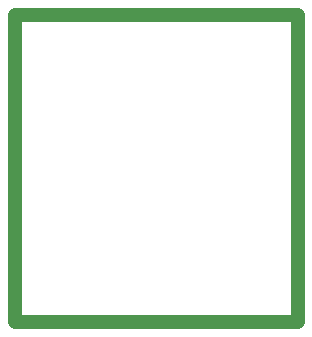
<source format=gm1>
G04 Layer_Color=16711935*
%FSLAX25Y25*%
%MOIN*%
G70*
G01*
G75*
%ADD38C,0.04724*%
D38*
X0Y0D02*
X94488D01*
Y102362D01*
X0D02*
X94488D01*
X0Y0D02*
Y102362D01*
M02*

</source>
